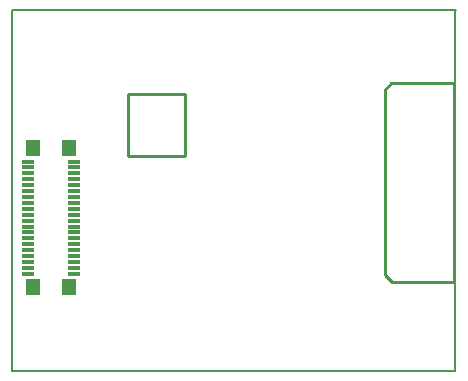
<source format=gbp>
%FSLAX25Y25*%
%MOIN*%
G70*
G01*
G75*
G04 Layer_Color=128*
%ADD10R,0.11811X0.08268*%
%ADD11R,0.05118X0.03150*%
%ADD12R,0.01969X0.01969*%
%ADD13R,0.01969X0.01969*%
%ADD14R,0.19291X0.19291*%
%ADD15O,0.01378X0.03740*%
%ADD16O,0.03740X0.01378*%
%ADD17R,0.07087X0.07480*%
%ADD18R,0.09055X0.07480*%
%ADD19R,0.01575X0.05512*%
%ADD20R,0.04134X0.05118*%
%ADD21R,0.03150X0.06693*%
%ADD22R,0.02559X0.05315*%
%ADD23R,0.02756X0.01181*%
%ADD24R,0.03504X0.06299*%
%ADD25R,0.03740X0.03740*%
%ADD26R,0.01969X0.02362*%
%ADD27R,0.02362X0.01969*%
%ADD28C,0.01000*%
%ADD29C,0.01575*%
%ADD30C,0.03543*%
%ADD31C,0.03150*%
%ADD32C,0.00787*%
%ADD33C,0.02165*%
%ADD34C,0.11811*%
%ADD35C,0.02598*%
%ADD36R,0.04724X0.05315*%
%ADD37R,0.03937X0.01378*%
%ADD38R,0.19600X0.21400*%
%ADD39C,0.00984*%
%ADD40C,0.00394*%
%ADD41C,0.00591*%
%ADD42C,0.00709*%
%ADD43C,0.00276*%
%ADD44C,0.00291*%
%ADD45R,0.12611X0.09068*%
%ADD46R,0.05918X0.03950*%
%ADD47R,0.02769X0.02769*%
%ADD48R,0.02769X0.02769*%
%ADD49R,0.20091X0.20091*%
%ADD50O,0.02178X0.04540*%
%ADD51O,0.04540X0.02178*%
%ADD52R,0.07887X0.08280*%
%ADD53R,0.09855X0.08280*%
%ADD54R,0.02375X0.06312*%
%ADD55R,0.04934X0.05918*%
%ADD56R,0.03950X0.07493*%
%ADD57R,0.03359X0.06115*%
%ADD58R,0.03386X0.01811*%
%ADD59R,0.04134X0.06929*%
%ADD60R,0.04540X0.04540*%
%ADD61R,0.02769X0.03162*%
%ADD62R,0.03162X0.02769*%
%ADD63C,0.12611*%
%ADD64R,0.05039X0.05630*%
%ADD65R,0.04252X0.01693*%
%ADD66C,0.03398*%
D28*
X124100Y31800D02*
Y93700D01*
X126200Y95800D01*
X147200D01*
Y29500D02*
Y95800D01*
X126400Y29500D02*
X147200D01*
X124100Y31800D02*
X126400Y29500D01*
X38705Y92264D02*
X39689D01*
X38705Y71595D02*
Y92264D01*
Y71595D02*
X39689D01*
X57406D01*
Y72579D01*
Y92264D01*
X39689D02*
X57406D01*
D32*
X0Y120100D02*
X147800D01*
X147638Y0D02*
Y120100D01*
X0Y0D02*
X147638D01*
X0D02*
Y120100D01*
D36*
X18781Y74359D02*
D03*
X6970D02*
D03*
Y27804D02*
D03*
X18781D02*
D03*
D37*
X20651Y32331D02*
D03*
Y34300D02*
D03*
Y36268D02*
D03*
Y38237D02*
D03*
Y40205D02*
D03*
Y42174D02*
D03*
Y44142D02*
D03*
Y46111D02*
D03*
Y48079D02*
D03*
Y50048D02*
D03*
Y52017D02*
D03*
Y53985D02*
D03*
Y55954D02*
D03*
Y57922D02*
D03*
Y59891D02*
D03*
Y61859D02*
D03*
Y63828D02*
D03*
Y65796D02*
D03*
Y67765D02*
D03*
Y69733D02*
D03*
X5100Y69733D02*
D03*
Y67765D02*
D03*
Y65796D02*
D03*
Y63828D02*
D03*
Y61859D02*
D03*
Y59891D02*
D03*
Y57922D02*
D03*
Y55954D02*
D03*
Y53985D02*
D03*
Y52017D02*
D03*
Y50048D02*
D03*
Y48079D02*
D03*
Y46111D02*
D03*
Y44142D02*
D03*
Y42174D02*
D03*
Y40205D02*
D03*
Y38237D02*
D03*
Y36268D02*
D03*
Y34300D02*
D03*
Y32331D02*
D03*
M02*

</source>
